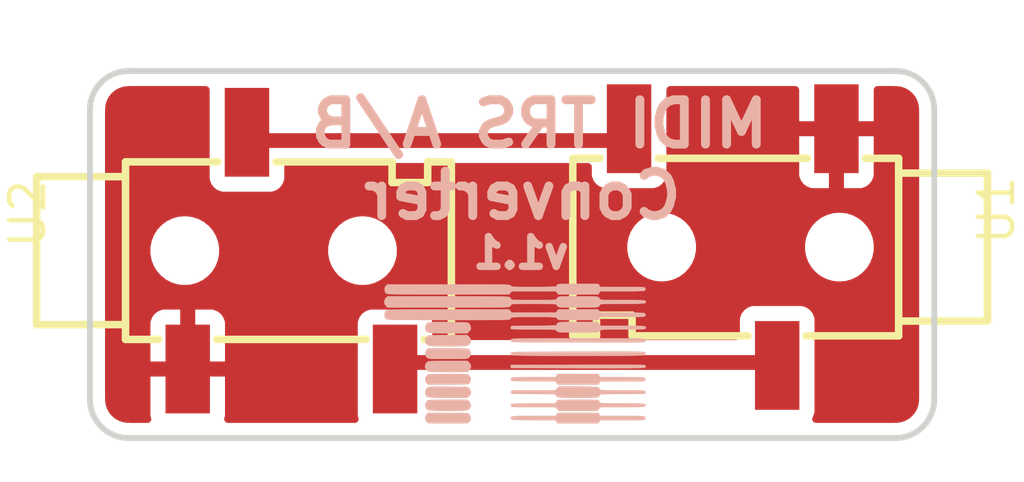
<source format=kicad_pcb>
(kicad_pcb (version 20211014) (generator pcbnew)
  (layers (0 "F.Cu" signal) (31 "B.Cu" signal) (34 "B.Paste" user) (35 "F.Paste" user) (36 "B.SilkS" user "B.Silkscreen") (37 "F.SilkS" user "F.Silkscreen") (38 "B.Mask" user) (39 "F.Mask" user) (44 "Edge.Cuts" user))
  (net 0 "")
  (net 1 "GND")
  (net 2 "Net-(U1-Pad3)")
  (net 3 "Net-(U1-Pad2)")
  (footprint "jacks:C18594" (layer "F.Cu") (at 137.45 93.92 90)
    (fp_text reference "U2" (at 0 -8.902 90) (layer "F.SilkS") (effects (font (size 1.143 1.143) (thickness 0.152)) (justify left)))
    (fp_text value "3.5mm_C18594" hide)
    (fp_line (start 2.301 3.399) (end 2.301 4.601) (layer "F.SilkS") (width 0.254))
    (fp_line (start -3 -5.6) (end 3 -5.6) (layer "F.SilkS") (width 0.254))
    (fp_line (start 3 -0.519) (end 3 3.399) (layer "F.SilkS") (width 0.254))
    (fp_line (start 3 3.399) (end 2.301 3.399) (layer "F.SilkS") (width 0.254))
    (fp_line (start -2.5 -5.6) (end -2.5 -8.6) (layer "F.SilkS") (width 0.254))
    (fp_line (start 2.5 -5.6) (end 2.5 -8.6) (layer "F.SilkS") (width 0.254))
    (fp_line (start 3 -5.6) (end 3 -2.481) (layer "F.SilkS") (width 0.254))
    (fp_line (start -3 -2.519) (end -3 2.519) (layer "F.SilkS") (width 0.254))
    (fp_line (start -2.5 -8.6) (end 2.5 -8.6) (layer "F.SilkS") (width 0.254))
    (fp_line (start -3 4.481) (end -3 5.4) (layer "F.SilkS") (width 0.254))
    (fp_line (start 2.301 4.601) (end 3 4.601) (layer "F.SilkS") (width 0.254))
    (fp_line (start 3 5.4) (end -3 5.4) (layer "F.SilkS") (width 0.254))
    (fp_line (start -3 -5.6) (end -3 -4.481) (layer "F.SilkS") (width 0.254))
    (fp_line (start 3 4.601) (end 3 5.401) (layer "F.SilkS") (width 0.254))
    (pad "" np_thru_hole circle (at 0 2.4 90) (size 1.3 1.3) (drill 1.3) (layers *.Cu *.Mask))
    (pad "" np_thru_hole circle (at 0 -3.6 90) (size 1.3 1.3) (drill 1.3) (layers *.Cu *.Mask))
    (pad "1" smd rect (at -4 -3.5 90) (size 3 1.5) (layers "F.Cu" "F.Paste" "F.Mask") (net 1 "GND"))
    (pad "2" smd rect (at -4 3.5 90) (size 3 1.5) (layers "F.Cu" "F.Paste" "F.Mask") (net 2 "Net-(U1-Pad3)"))
    (pad "3" smd rect (at 4 -1.5 90) (size 3 1.5) (layers "F.Cu" "F.Paste" "F.Mask") (net 3 "Net-(U1-Pad2)"))
  )
  (footprint "jacks:C18594" (layer "F.Cu") (at 152.35 93.8 -90)
    (fp_text reference "U1" (at 0 -8.902 -90) (layer "F.SilkS") (effects (font (size 1.143 1.143) (thickness 0.152)) (justify left)))
    (fp_text value "3.5mm_C18594" hide)
    (fp_line (start 2.301 3.399) (end 2.301 4.601) (layer "F.SilkS") (width 0.254))
    (fp_line (start -3 -5.6) (end 3 -5.6) (layer "F.SilkS") (width 0.254))
    (fp_line (start 2.5 -5.6) (end 2.5 -8.6) (layer "F.SilkS") (width 0.254))
    (fp_line (start 2.301 4.601) (end 3 4.601) (layer "F.SilkS") (width 0.254))
    (fp_line (start 3 -0.519) (end 3 3.399) (layer "F.SilkS") (width 0.254))
    (fp_line (start 3 4.601) (end 3 5.401) (layer "F.SilkS") (width 0.254))
    (fp_line (start 3 3.399) (end 2.301 3.399) (layer "F.SilkS") (width 0.254))
    (fp_line (start -3 4.481) (end -3 5.4) (layer "F.SilkS") (width 0.254))
    (fp_line (start -2.5 -5.6) (end -2.5 -8.6) (layer "F.SilkS") (width 0.254))
    (fp_line (start -3 -5.6) (end -3 -4.481) (layer "F.SilkS") (width 0.254))
    (fp_line (start 3 5.4) (end -3 5.4) (layer "F.SilkS") (width 0.254))
    (fp_line (start 3 -5.6) (end 3 -2.481) (layer "F.SilkS") (width 0.254))
    (fp_line (start -3 -2.519) (end -3 2.519) (layer "F.SilkS") (width 0.254))
    (fp_line (start -2.5 -8.6) (end 2.5 -8.6) (layer "F.SilkS") (width 0.254))
    (pad "" np_thru_hole circle (at 0 -3.6 270) (size 1.3 1.3) (drill 1.3) (layers *.Cu *.Mask))
    (pad "" np_thru_hole circle (at 0 2.4 270) (size 1.3 1.3) (drill 1.3) (layers *.Cu *.Mask))
    (pad "1" smd rect (at -4 -3.5 270) (size 3 1.5) (layers "F.Cu" "F.Paste" "F.Mask") (net 1 "GND"))
    (pad "2" smd rect (at -4 3.5 270) (size 3 1.5) (layers "F.Cu" "F.Paste" "F.Mask") (net 3 "Net-(U1-Pad2)"))
    (pad "3" smd rect (at 4 -1.5 270) (size 3 1.5) (layers "F.Cu" "F.Paste" "F.Mask") (net 2 "Net-(U1-Pad3)"))
  )
  (footprint "logo:B.SilkS_g842" (layer "B.Cu") (at 144.763535 96.267584 180)
    (fp_text reference "G***" hide)
    (fp_text value "LOGO" hide)
    (fp_poly (pts (xy -1.63847 -3.185583) (xy -1.603798 -3.2385) (xy -0.867991 -3.2385) (xy -0.669487 -3.238688) (xy -0.509129 -3.239376) (xy -0.382732 -3.240746) (xy -0.28611 -3.242984) (xy -0.215078 -3.246272) (xy -0.16545 -3.250794) (xy -0.13304 -3.256734) (xy -0.113662 -3.264276) (xy -0.104361 -3.272024) (xy -0.087973 -3.312723) (xy -0.098777 -3.340816) (xy -0.108152 -3.350272) (xy -0.125936 -3.357972) (xy -0.156306 -3.364138) (xy -0.203442 -3.368995) (xy -0.271522 -3.372765) (xy -0.364725 -3.375672) (xy -0.487228 -3.377939) (xy -0.643211 -3.37979) (xy -0.836852 -3.381448) (xy -0.862583 -3.381643) (xy -1.60415 -3.387203) (xy -1.638646 -3.439851) (xy -1.673143 -3.4925) (xy -3.047024 -3.4925) (xy -3.081697 -3.439583) (xy -3.116369 -3.386667) (xy -3.853256 -3.386667) (xy -4.052416 -3.386468) (xy -4.213442 -3.385751) (xy -4.340534 -3.384335) (xy -4.43789 -3.382038) (xy -4.509709 -3.37868) (xy -4.560191 -3.37408) (xy -4.593532 -3.368055) (xy -4.613933 -3.360426) (xy -4.623363 -3.353447) (xy -4.645006 -3.315099) (xy -4.634713 -3.279363) (xy -4.627273 -3.268522) (xy -4.614935 -3.259787) (xy -4.593454 -3.252931) (xy -4.558587 -3.247728) (xy -4.506088 -3.24395) (xy -4.431712 -3.241371) (xy -4.331215 -3.239764) (xy -4.200353 -3.238901) (xy -4.03488 -3.238556) (xy -3.87051 -3.2385) (xy -3.128176 -3.2385) (xy -3.086552 -3.185583) (xy -3.044928 -3.132667) (xy -1.673143 -3.132667) (xy -1.63847 -3.185583)) (layer "B.SilkS") (width 0.01) (fill solid))
    (fp_poly (pts (xy -2.178838 -0.063614) (xy -2.033581 -0.064151) (xy -1.921227 -0.0654) (xy -1.837059 -0.067649) (xy -1.776362 -0.07119) (xy -1.73442 -0.07631) (xy -1.706519 -0.083301) (xy -1.687941 -0.09245) (xy -1.673972 -0.104049) (xy -1.672167 -0.105833) (xy -1.64109 -0.143741) (xy -1.629833 -0.169333) (xy -1.608854 -0.175514) (xy -1.546639 -0.180672) (xy -1.444276 -0.184779) (xy -1.302852 -0.187804) (xy -1.123453 -0.189716) (xy -0.907166 -0.190485) (xy -0.86926 -0.1905) (xy -0.66984 -0.19057) (xy -0.508606 -0.190929) (xy -0.38141 -0.191805) (xy -0.284106 -0.193422) (xy -0.212544 -0.196007) (xy -0.162579 -0.199786) (xy -0.130062 -0.204984) (xy -0.110846 -0.211826) (xy -0.100784 -0.22054) (xy -0.095728 -0.231351) (xy -0.09531 -0.232644) (xy -0.090033 -0.276677) (xy -0.095133 -0.296144) (xy -0.120186 -0.302341) (xy -0.186122 -0.307536) (xy -0.2915 -0.311687) (xy -0.43488 -0.314756) (xy -0.614822 -0.316702) (xy -0.829886 -0.317485) (xy -0.866614 -0.3175) (xy -1.065969 -0.317597) (xy -1.227115 -0.318028) (xy -1.354176 -0.319002) (xy -1.451275 -0.320731) (xy -1.522537 -0.323422) (xy -1.572086 -0.327287) (xy -1.604046 -0.332536) (xy -1.622541 -0.339377) (xy -1.631694 -0.348021) (xy -1.635122 -0.356605) (xy -1.665687 -0.390646) (xy -1.727549 -0.409289) (xy -1.769461 -0.412628) (xy -1.846323 -0.415339) (xy -1.951229 -0.417424) (xy -2.077275 -0.418891) (xy -2.217553 -0.419744) (xy -2.365158 -0.419989) (xy -2.513184 -0.419631) (xy -2.654725 -0.418675) (xy -2.782876 -0.417127) (xy -2.890729 -0.414991) (xy -2.97138 -0.412275) (xy -3.017923 -0.408981) (xy -3.022348 -0.40829) (xy -3.072259 -0.38376) (xy -3.096231 -0.358255) (xy -3.104622 -0.34752) (xy -3.117819 -0.338853) (xy -3.140051 -0.332034) (xy -3.175545 -0.326843) (xy -3.228528 -0.323058) (xy -3.303229 -0.320459) (xy -3.403875 -0.318825) (xy -3.534694 -0.317934) (xy -3.699913 -0.317566) (xy -3.876327 -0.3175) (xy -4.076431 -0.317345) (xy -4.238286 -0.316757) (xy -4.365974 -0.315555) (xy -4.463578 -0.313554) (xy -4.535182 -0.310571) (xy -4.584868 -0.306424) (xy -4.616719 -0.300929) (xy -4.634819 -0.293903) (xy -4.64325 -0.285163) (xy -4.644184 -0.283067) (xy -4.651621 -0.259452) (xy -4.651499 -0.240231) (xy -4.640057 -0.224953) (xy -4.613535 -0.213167) (xy -4.568173 -0.204421) (xy -4.500209 -0.198264) (xy -4.405883 -0.194245) (xy -4.281434 -0.191914) (xy -4.123102 -0.190818) (xy -3.927126 -0.190508) (xy -3.872537 -0.1905) (xy -3.135923 -0.1905) (xy -3.008923 -0.0635) (xy -2.361712 -0.0635) (xy -2.178838 -0.063614)) (layer "B.SilkS") (width 0.01) (fill solid))
    (fp_poly (pts (xy 2.750094 -1.003742) (xy 2.791263 -1.074435) (xy 2.798824 -1.153655) (xy 2.773202 -1.227695) (xy 2.74202 -1.26398) (xy 2.72551 -1.277469) (xy 2.707654 -1.288183) (xy 2.683708 -1.29644) (xy 2.648924 -1.302562) (xy 2.598558 -1.306867) (xy 2.527862 -1.309675) (xy 2.432092 -1.311306) (xy 2.306501 -1.31208) (xy 2.146343 -1.312316) (xy 2.024227 -1.312333) (xy 1.839166 -1.312226) (xy 1.691753 -1.311717) (xy 1.577305 -1.31052) (xy 1.491135 -1.308353) (xy 1.428561 -1.30493) (xy 1.384897 -1.299968) (xy 1.355458 -1.293183) (xy 1.335561 -1.28429) (xy 1.320521 -1.273005) (xy 1.316581 -1.269414) (xy 1.277451 -1.219152) (xy 1.257275 -1.173753) (xy 1.256898 -1.108688) (xy 1.279308 -1.039697) (xy 1.317105 -0.985907) (xy 1.335011 -0.972858) (xy 1.36603 -0.967448) (xy 1.4348 -0.96267) (xy 1.536744 -0.958657) (xy 1.667283 -0.955542) (xy 1.82184 -0.953456) (xy 1.995835 -0.952534) (xy 2.037502 -0.9525) (xy 2.701954 -0.9525) (xy 2.750094 -1.003742)) (layer "B.SilkS") (width 0.01) (fill solid))
    (fp_poly (pts (xy 2.213104 -0.508068) (xy 2.359447 -0.508484) (xy 2.472984 -0.509567) (xy 2.558477 -0.511635) (xy 2.620691 -0.515007) (xy 2.664388 -0.520002) (xy 2.694333 -0.526939) (xy 2.715288 -0.536135) (xy 2.732017 -0.54791) (xy 2.74117 -0.555625) (xy 2.787439 -0.619681) (xy 2.80166 -0.695366) (xy 2.785625 -0.770252) (xy 2.741126 -0.831914) (xy 2.69739 -0.859182) (xy 2.651586 -0.869198) (xy 2.5712 -0.877321) (xy 2.463015 -0.883571) (xy 2.333814 -0.887968) (xy 2.190379 -0.890533) (xy 2.039494 -0.891284) (xy 1.887942 -0.890243) (xy 1.742506 -0.887428) (xy 1.609969 -0.88286) (xy 1.497113 -0.87656) (xy 1.410723 -0.868546) (xy 1.35758 -0.858838) (xy 1.3484 -0.855215) (xy 1.283481 -0.799592) (xy 1.253581 -0.728149) (xy 1.259989 -0.650651) (xy 1.303995 -0.576863) (xy 1.310705 -0.569872) (xy 1.372577 -0.508) (xy 2.029191 -0.508) (xy 2.213104 -0.508068)) (layer "B.SilkS") (width 0.01) (fill solid))
    (fp_poly (pts (xy -2.208778 -2.68859) (xy -2.057847 -2.689788) (xy -1.925074 -2.691654) (xy -1.815925 -2.694082) (xy -1.735867 -2.696965) (xy -1.690368 -2.700195) (xy -1.68286 -2.701637) (xy -1.648465 -2.730778) (xy -1.628736 -2.765137) (xy -1.609715 -2.815167) (xy -0.859023 -2.815167) (xy -0.639938 -2.81577) (xy -0.455667 -2.817554) (xy -0.307674 -2.820477) (xy -0.197425 -2.824498) (xy -0.126381 -2.829577) (xy -0.096009 -2.835672) (xy -0.095133 -2.836523) (xy -0.090079 -2.872474) (xy -0.09531 -2.900023) (xy -0.10014 -2.911199) (xy -0.109596 -2.920202) (xy -0.127881 -2.927268) (xy -0.159197 -2.932629) (xy -0.207746 -2.936523) (xy -0.277732 -2.939181) (xy -0.373355 -2.940841) (xy -0.498819 -2.941735) (xy -0.658325 -2.942099) (xy -0.850184 -2.942167) (xy -1.591682 -2.942167) (xy -1.710318 -3.069167) (xy -3.009849 -3.069167) (xy -3.128485 -2.942167) (xy -3.870664 -2.942167) (xy -4.068287 -2.942037) (xy -4.227776 -2.941512) (xy -4.35333 -2.940387) (xy -4.449149 -2.938459) (xy -4.519432 -2.935522) (xy -4.568377 -2.931372) (xy -4.600185 -2.925806) (xy -4.619055 -2.918618) (xy -4.629185 -2.909604) (xy -4.631895 -2.905125) (xy -4.642745 -2.882175) (xy -4.646852 -2.863503) (xy -4.640489 -2.848667) (xy -4.619929 -2.837227) (xy -4.581444 -2.828741) (xy -4.521309 -2.822768) (xy -4.435795 -2.818867) (xy -4.321177 -2.816598) (xy -4.173726 -2.815519) (xy -3.989717 -2.815189) (xy -3.871736 -2.815167) (xy -3.649714 -2.814582) (xy -3.464403 -2.81285) (xy -3.316892 -2.81) (xy -3.208268 -2.806063) (xy -3.139619 -2.801068) (xy -3.112031 -2.795047) (xy -3.1115 -2.794) (xy -3.097838 -2.764799) (xy -3.069167 -2.7305) (xy -3.055537 -2.718606) (xy -3.037964 -2.709173) (xy -3.011761 -2.701918) (xy -2.972242 -2.696556) (xy -2.914722 -2.692802) (xy -2.834514 -2.690371) (xy -2.726931 -2.688978) (xy -2.587289 -2.688339) (xy -2.4109 -2.688169) (xy -2.372398 -2.688167) (xy -2.208778 -2.68859)) (layer "B.SilkS") (width 0.01) (fill solid))
    (fp_poly (pts (xy -1.654782 0.306917) (xy -1.613158 0.254) (xy -0.122509 0.254) (xy -0.080885 0.306917) (xy -0.039261 0.359833) (xy 2.018907 0.359833) (xy 2.37544 0.359725) (xy 2.691733 0.359381) (xy 2.96988 0.358776) (xy 3.211974 0.357883) (xy 3.420109 0.356675) (xy 3.596378 0.355127) (xy 3.742875 0.353211) (xy 3.861692 0.350902) (xy 3.954924 0.348172) (xy 4.024663 0.344996) (xy 4.073003 0.341346) (xy 4.102038 0.337197) (xy 4.112948 0.333375) (xy 4.153319 0.280087) (xy 4.171735 0.206264) (xy 4.168177 0.12736) (xy 4.142629 0.058831) (xy 4.113293 0.026483) (xy 4.098593 0.021898) (xy 4.066375 0.017835) (xy 4.014542 0.014268) (xy 3.940996 0.011169) (xy 3.843641 0.008513) (xy 3.720382 0.006272) (xy 3.56912 0.004421) (xy 3.38776 0.002932) (xy 3.174204 0.00178) (xy 2.926356 0.000937) (xy 2.64212 0.000378) (xy 2.319399 0.000075) (xy 2.018883 0) (xy 1.675238 0.000052) (xy 1.37146 0.000234) (xy 1.105085 0.000585) (xy 0.873647 0.001144) (xy 0.67468 0.001951) (xy 0.505718 0.003045) (xy 0.364297 0.004464) (xy 0.247951 0.006249) (xy 0.154213 0.008438) (xy 0.08062 0.011071) (xy 0.024704 0.014186) (xy -0.015998 0.017824) (xy -0.043954 0.022023) (xy -0.061628 0.026822) (xy -0.071486 0.032261) (xy -0.072572 0.033262) (xy -0.099289 0.067961) (xy -0.105833 0.086179) (xy -0.126443 0.091236) (xy -0.186051 0.095682) (xy -0.281324 0.099431) (xy -0.408931 0.102398) (xy -0.565539 0.104497) (xy -0.747817 0.105641) (xy -0.867833 0.105833) (xy -1.063883 0.105302) (xy -1.236258 0.103764) (xy -1.381626 0.101307) (xy -1.496655 0.098016) (xy -1.578013 0.093976) (xy -1.622368 0.089274) (xy -1.629833 0.086179) (xy -1.643342 0.056883) (xy -1.663095 0.033262) (xy -1.677001 0.023913) (xy -1.700918 0.01646) (xy -1.739243 0.010699) (xy -1.796376 0.006421) (xy -1.876715 0.003422) (xy -1.984659 0.001493) (xy -2.124606 0.00043) (xy -2.300955 0.000025) (xy -2.371691 0) (xy -3.047024 0) (xy -3.081697 0.052917) (xy -3.116369 0.105833) (xy -3.864606 0.105833) (xy -4.06246 0.105922) (xy -4.222208 0.106339) (xy -4.348076 0.107307) (xy -4.444292 0.109052) (xy -4.515082 0.111797) (xy -4.564674 0.115766) (xy -4.597295 0.121185) (xy -4.61717 0.128276) (xy -4.628529 0.137266) (xy -4.634713 0.146697) (xy -4.643949 0.189329) (xy -4.623363 0.22078) (xy -4.609986 0.22975) (xy -4.586858 0.236977) (xy -4.54978 0.242642) (xy -4.494553 0.246928) (xy -4.416978 0.250014) (xy -4.312858 0.252082) (xy -4.177992 0.253314) (xy -4.008183 0.25389) (xy -3.853256 0.254) (xy -3.116369 0.254) (xy -3.081697 0.306917) (xy -3.047024 0.359833) (xy -1.696406 0.359833) (xy -1.654782 0.306917)) (layer "B.SilkS") (width 0.01) (fill solid))
    (fp_poly (pts (xy 2.453408 -0.066689) (xy 2.541914 -0.068858) (xy 2.607016 -0.072614) (xy 2.653445 -0.078136) (xy 2.68593 -0.085601) (xy 2.708155 -0.094641) (xy 2.765591 -0.146274) (xy 2.795702 -0.220423) (xy 2.793844 -0.303858) (xy 2.788355 -0.323122) (xy 2.776297 -0.355703) (xy 2.761657 -0.381861) (xy 2.740006 -0.402301) (xy 2.706913 -0.417729) (xy 2.657948 -0.428848) (xy 2.588683 -0.436364) (xy 2.494687 -0.440983) (xy 2.37153 -0.443408) (xy 2.214784 -0.444346) (xy 2.025662 -0.4445) (xy 1.372577 -0.4445) (xy 1.308095 -0.380018) (xy 1.266823 -0.332249) (xy 1.252251 -0.289787) (xy 1.256129 -0.238408) (xy 1.276675 -0.173507) (xy 1.309617 -0.120394) (xy 1.312215 -0.117682) (xy 1.326221 -0.105333) (xy 1.34398 -0.095496) (xy 1.370226 -0.087829) (xy 1.409698 -0.081988) (xy 1.467131 -0.077632) (xy 1.547263 -0.074417) (xy 1.65483 -0.072001) (xy 1.794569 -0.070041) (xy 1.971218 -0.068194) (xy 2.000167 -0.067916) (xy 2.187265 -0.066396) (xy 2.336768 -0.065928) (xy 2.453408 -0.066689)) (layer "B.SilkS") (width 0.01) (fill solid))
    (fp_poly (pts (xy -2.012631 -0.613898) (xy -1.692083 -0.614112) (xy -1.409242 -0.614507) (xy -1.161798 -0.615114) (xy -0.947437 -0.615964) (xy -0.763847 -0.617089) (xy -0.608715 -0.61852) (xy -0.47973 -0.620288) (xy -0.374578 -0.622425) (xy -0.290947 -0.624961) (xy -0.226525 -0.627927) (xy -0.178999 -0.631356) (xy -0.146057 -0.635279) (xy -0.125387 -0.639726) (xy -0.115171 -0.644343) (xy -0.087425 -0.674861) (xy -0.094899 -0.708651) (xy -0.097556 -0.713135) (xy -0.102781 -0.719231) (xy -0.112143 -0.724656) (xy -0.128034 -0.729456) (xy -0.152842 -0.733678) (xy -0.188959 -0.737367) (xy -0.238774 -0.740569) (xy -0.304678 -0.743331) (xy -0.389061 -0.745697) (xy -0.494313 -0.747715) (xy -0.622824 -0.74943) (xy -0.776985 -0.750889) (xy -0.959186 -0.752136) (xy -1.171816 -0.753219) (xy -1.417267 -0.754183) (xy -1.697928 -0.755074) (xy -2.01619 -0.755939) (xy -2.366885 -0.756804) (xy -2.723869 -0.757646) (xy -3.040916 -0.758332) (xy -3.320419 -0.758826) (xy -3.564775 -0.75909) (xy -3.776378 -0.759087) (xy -3.957624 -0.758778) (xy -4.110908 -0.758127) (xy -4.238625 -0.757095) (xy -4.34317 -0.755645) (xy -4.426939 -0.753741) (xy -4.492326 -0.751343) (xy -4.541726 -0.748414) (xy -4.577536 -0.744918) (xy -4.602149 -0.740815) (xy -4.617962 -0.73607) (xy -4.627369 -0.730643) (xy -4.632766 -0.724499) (xy -4.634662 -0.721233) (xy -4.643979 -0.678588) (xy -4.623363 -0.647053) (xy -4.614828 -0.641699) (xy -4.598974 -0.636945) (xy -4.573429 -0.632757) (xy -4.535818 -0.629099) (xy -4.48377 -0.625937) (xy -4.414912 -0.623235) (xy -4.32687 -0.620959) (xy -4.217272 -0.619073) (xy -4.083746 -0.617543) (xy -3.923917 -0.616332) (xy -3.735413 -0.615407) (xy -3.515862 -0.614733) (xy -3.262891 -0.614273) (xy -2.974126 -0.613994) (xy -2.647195 -0.61386) (xy -2.373201 -0.613833) (xy -2.012631 -0.613898)) (layer "B.SilkS") (width 0.01) (fill solid))
    (fp_poly (pts (xy 2.208859 -1.820394) (xy 2.355902 -1.820788) (xy 2.470105 -1.821837) (xy 2.556211 -1.823859) (xy 2.618968 -1.827174) (xy 2.663121 -1.832103) (xy 2.693417 -1.838964) (xy 2.7146 -1.848077) (xy 2.731417 -1.859762) (xy 2.74202 -1.868686) (xy 2.787378 -1.933019) (xy 2.799809 -2.010769) (xy 2.778888 -2.08823) (xy 2.750094 -2.128924) (xy 2.701954 -2.180167) (xy 2.033602 -2.179523) (xy 1.860014 -2.178735) (xy 1.702924 -2.176814) (xy 1.567176 -2.173901) (xy 1.457611 -2.17014) (xy 1.379074 -2.165672) (xy 1.336406 -2.16064) (xy 1.330984 -2.158858) (xy 1.291203 -2.115837) (xy 1.263138 -2.050405) (xy 1.254045 -1.982247) (xy 1.257275 -1.958913) (xy 1.28296 -1.904629) (xy 1.316581 -1.863252) (xy 1.331104 -1.851254) (xy 1.349185 -1.841726) (xy 1.375508 -1.834385) (xy 1.414758 -1.828946) (xy 1.47162 -1.825125) (xy 1.550777 -1.822637) (xy 1.656915 -1.8212) (xy 1.794718 -1.820529) (xy 1.96887 -1.820339) (xy 2.024227 -1.820333) (xy 2.208859 -1.820394)) (layer "B.SilkS") (width 0.01) (fill solid))
    (fp_poly (pts (xy -1.591682 -2.370667) (xy -0.850184 -2.370667) (xy -0.653524 -2.370739) (xy -0.494994 -2.371114) (xy -0.370394 -2.372026) (xy -0.275519 -2.373709) (xy -0.206169 -2.376399) (xy -0.158141 -2.380328) (xy -0.127233 -2.385733) (xy -0.109243 -2.392848) (xy -0.099967 -2.401907) (xy -0.09531 -2.41281) (xy -0.090033 -2.456844) (xy -0.095133 -2.47631) (xy -0.120201 -2.482534) (xy -0.186124 -2.487746) (xy -0.291439 -2.491905) (xy -0.434678 -2.494971) (xy -0.614376 -2.496902) (xy -0.829067 -2.497657) (xy -0.858499 -2.497667) (xy -1.07879 -2.498258) (xy -1.262433 -2.500013) (xy -1.40832 -2.502899) (xy -1.515343 -2.506886) (xy -1.582393 -2.511942) (xy -1.608364 -2.518035) (xy -1.608667 -2.518833) (xy -1.622329 -2.548034) (xy -1.651 -2.582333) (xy -1.664503 -2.594128) (xy -1.681911 -2.603504) (xy -1.707861 -2.610737) (xy -1.74699 -2.616106) (xy -1.803936 -2.619886) (xy -1.883336 -2.622355) (xy -1.989827 -2.623789) (xy -2.128046 -2.624465) (xy -2.302631 -2.62466) (xy -2.360083 -2.624667) (xy -2.545957 -2.624558) (xy -2.694135 -2.624048) (xy -2.809254 -2.62286) (xy -2.895952 -2.620716) (xy -2.958865 -2.617341) (xy -3.002632 -2.612456) (xy -3.031888 -2.605786) (xy -3.051272 -2.597053) (xy -3.065421 -2.585981) (xy -3.069167 -2.582333) (xy -3.100244 -2.544425) (xy -3.1115 -2.518833) (xy -3.13248 -2.51265) (xy -3.194692 -2.507489) (xy -3.29705 -2.503382) (xy -3.438463 -2.500358) (xy -3.617845 -2.498447) (xy -3.834106 -2.497681) (xy -3.871236 -2.497667) (xy -4.072073 -2.497513) (xy -4.234646 -2.496931) (xy -4.363026 -2.495739) (xy -4.461279 -2.493757) (xy -4.533477 -2.490803) (xy -4.583687 -2.486696) (xy -4.61598 -2.481254) (xy -4.634423 -2.474296) (xy -4.643086 -2.465641) (xy -4.644184 -2.463234) (xy -4.651604 -2.439761) (xy -4.651578 -2.420627) (xy -4.640367 -2.40539) (xy -4.614231 -2.393608) (xy -4.569431 -2.384837) (xy -4.502227 -2.378636) (xy -4.408881 -2.374562) (xy -4.285653 -2.372174) (xy -4.128803 -2.371027) (xy -3.934593 -2.370681) (xy -3.861751 -2.370667) (xy -3.664307 -2.370607) (xy -3.505007 -2.370268) (xy -3.379662 -2.369409) (xy -3.284081 -2.367793) (xy -3.214076 -2.365177) (xy -3.165457 -2.361324) (xy -3.134034 -2.355993) (xy -3.115619 -2.348945) (xy -3.106022 -2.33994) (xy -3.101053 -2.328738) (xy -3.100532 -2.327121) (xy -3.071117 -2.286611) (xy -3.034228 -2.263621) (xy -3.000295 -2.25858) (xy -2.929784 -2.254007) (xy -2.828453 -2.250069) (xy -2.702054 -2.246932) (xy -2.556344 -2.244764) (xy -2.397079 -2.24373) (xy -2.346031 -2.243667) (xy -1.710318 -2.243667) (xy -1.591682 -2.370667)) (layer "B.SilkS") (width 0.01) (fill solid))
    (fp_poly (pts (xy 4.118623 0.755318) (xy 4.164936 0.690191) (xy 4.179689 0.611189) (xy 4.16288 0.532656) (xy 4.118623 0.472349) (xy 4.061639 0.423333) (xy 2.024946 0.423333) (xy 1.68259 0.42339) (xy 1.380077 0.423584) (xy 1.114921 0.423956) (xy 0.88463 0.424544) (xy 0.686717 0.42539) (xy 0.518692 0.42653) (xy 0.378067 0.428006) (xy 0.262353 0.429856) (xy 0.169059 0.43212) (xy 0.095699 0.434837) (xy 0.039782 0.438047) (xy -0.00118 0.441788) (xy -0.029677 0.446101) (xy -0.048197 0.451024) (xy -0.05879 0.456284) (xy -0.093984 0.491266) (xy -0.105833 0.519784) (xy -0.110884 0.527914) (xy -0.128595 0.5345) (xy -0.162803 0.539698) (xy -0.217347 0.54366) (xy -0.296066 0.54654) (xy -0.402796 0.548492) (xy -0.541377 0.549671) (xy -0.715645 0.550229) (xy -0.867833 0.550333) (xy -1.090158 0.549751) (xy -1.27576 0.548022) (xy -1.423554 0.545179) (xy -1.532458 0.54125) (xy -1.601387 0.536266) (xy -1.629256 0.530256) (xy -1.629833 0.529167) (xy -1.643496 0.499966) (xy -1.672167 0.465667) (xy -1.685779 0.453787) (xy -1.703328 0.444362) (xy -1.729495 0.43711) (xy -1.768958 0.431747) (xy -1.826397 0.427989) (xy -1.90649 0.425553) (xy -2.013917 0.424154) (xy -2.153357 0.42351) (xy -2.329489 0.423337) (xy -2.370667 0.423333) (xy -2.554921 0.423445) (xy -2.701521 0.423969) (xy -2.815146 0.42519) (xy -2.900476 0.42739) (xy -2.96219 0.430853) (xy -3.004966 0.435863) (xy -3.033484 0.442704) (xy -3.052423 0.451658) (xy -3.066462 0.46301) (xy -3.069167 0.465667) (xy -3.100244 0.503575) (xy -3.1115 0.529167) (xy -3.132476 0.535387) (xy -3.194662 0.540572) (xy -3.296947 0.544689) (xy -3.43822 0.547708) (xy -3.617371 0.549598) (xy -3.833288 0.550326) (xy -3.860325 0.550333) (xy -4.067868 0.550512) (xy -4.236815 0.551343) (xy -4.370902 0.553266) (xy -4.473866 0.556724) (xy -4.549443 0.562157) (xy -4.601371 0.570007) (xy -4.633385 0.580715) (xy -4.649222 0.594722) (xy -4.652619 0.61247) (xy -4.647312 0.6344) (xy -4.644184 0.642901) (xy -4.637301 0.652) (xy -4.621638 0.659358) (xy -4.593126 0.665156) (xy -4.547695 0.669575) (xy -4.481277 0.672795) (xy -4.389803 0.675) (xy -4.269202 0.676369) (xy -4.115408 0.677083) (xy -3.924349 0.677326) (xy -3.871236 0.677333) (xy -3.649299 0.677918) (xy -3.464071 0.679651) (xy -3.316641 0.682503) (xy -3.208096 0.686443) (xy -3.139526 0.691441) (xy -3.112018 0.697466) (xy -3.1115 0.6985) (xy -3.097838 0.727701) (xy -3.069167 0.762) (xy -3.055555 0.77388) (xy -3.038005 0.783305) (xy -3.011838 0.790557) (xy -2.972375 0.79592) (xy -2.914937 0.799678) (xy -2.834844 0.802114) (xy -2.727417 0.803513) (xy -2.587977 0.804157) (xy -2.411845 0.80433) (xy -2.370667 0.804333) (xy -2.186413 0.804222) (xy -2.039813 0.803698) (xy -1.926187 0.802477) (xy -1.840857 0.800277) (xy -1.779144 0.796814) (xy -1.736368 0.791804) (xy -1.70785 0.784963) (xy -1.688911 0.776009) (xy -1.674872 0.764657) (xy -1.672167 0.762) (xy -1.64109 0.724092) (xy -1.629833 0.6985) (xy -1.608853 0.692324) (xy -1.546635 0.687169) (xy -1.444263 0.683063) (xy -1.302821 0.680038) (xy -1.123392 0.678124) (xy -0.907061 0.67735) (xy -0.867833 0.677333) (xy -0.665047 0.677536) (xy -0.500755 0.678246) (xy -0.371118 0.679617) (xy -0.272299 0.681804) (xy -0.20046 0.68496) (xy -0.151763 0.689239) (xy -0.122369 0.694795) (xy -0.108441 0.701782) (xy -0.105833 0.707883) (xy -0.089923 0.741882) (xy -0.05879 0.771383) (xy -0.047423 0.776921) (xy -0.028436 0.78181) (xy 0.000661 0.786092) (xy 0.042355 0.789804) (xy 0.099136 0.792986) (xy 0.173494 0.795678) (xy 0.267916 0.797919) (xy 0.384891 0.799748) (xy 0.52691 0.801205) (xy 0.69646 0.802329) (xy 0.896031 0.80316) (xy 1.128112 0.803736) (xy 1.395191 0.804098) (xy 1.699758 0.804284) (xy 2.024946 0.804333) (xy 4.061639 0.804333) (xy 4.118623 0.755318)) (layer "B.SilkS") (width 0.01) (fill solid))
    (fp_poly (pts (xy 2.184187 -1.376534) (xy 2.342419 -1.37854) (xy 2.477714 -1.381703) (xy 2.585262 -1.385877) (xy 2.660251 -1.390917) (xy 2.697872 -1.396674) (xy 2.698396 -1.396865) (xy 2.74831 -1.434211) (xy 2.784724 -1.492115) (xy 2.803551 -1.548599) (xy 2.801192 -1.594826) (xy 2.784724 -1.640551) (xy 2.745582 -1.701465) (xy 2.698396 -1.735801) (xy 2.662025 -1.741579) (xy 2.588136 -1.746643) (xy 2.481537 -1.750847) (xy 2.34704 -1.754044) (xy 2.189455 -1.756088) (xy 2.013591 -1.756832) (xy 2.007827 -1.756833) (xy 1.372577 -1.756833) (xy 1.310705 -1.694961) (xy 1.260577 -1.624453) (xy 1.248833 -1.566333) (xy 1.267723 -1.493359) (xy 1.310705 -1.437705) (xy 1.372577 -1.375833) (xy 2.007827 -1.375833) (xy 2.184187 -1.376534)) (layer "B.SilkS") (width 0.01) (fill solid))
    (fp_poly (pts (xy -1.63847 -1.87325) (xy -1.603798 -1.926167) (xy -0.867991 -1.926167) (xy -0.669487 -1.926355) (xy -0.509129 -1.927042) (xy -0.382732 -1.928413) (xy -0.28611 -1.930651) (xy -0.215078 -1.933938) (xy -0.16545 -1.938461) (xy -0.13304 -1.944401) (xy -0.113662 -1.951943) (xy -0.104361 -1.959691) (xy -0.087973 -2.00039) (xy -0.098777 -2.028482) (xy -0.108152 -2.037939) (xy -0.125936 -2.045638) (xy -0.156306 -2.051805) (xy -0.203442 -2.056661) (xy -0.271522 -2.060432) (xy -0.364725 -2.063339) (xy -0.487228 -2.065606) (xy -0.643211 -2.067457) (xy -0.836852 -2.069115) (xy -0.862583 -2.06931) (xy -1.60415 -2.07487) (xy -1.638646 -2.127518) (xy -1.673143 -2.180167) (xy -3.047024 -2.180167) (xy -3.081697 -2.12725) (xy -3.116369 -2.074333) (xy -3.864606 -2.074333) (xy -4.06246 -2.074244) (xy -4.222208 -2.073828) (xy -4.348076 -2.072859) (xy -4.444292 -2.071115) (xy -4.515082 -2.06837) (xy -4.564674 -2.0644) (xy -4.597295 -2.058982) (xy -4.61717 -2.05189) (xy -4.628529 -2.042901) (xy -4.634713 -2.03347) (xy -4.643949 -1.990838) (xy -4.623363 -1.959386) (xy -4.609986 -1.950417) (xy -4.586858 -1.94319) (xy -4.54978 -1.937524) (xy -4.494553 -1.933239) (xy -4.416978 -1.930153) (xy -4.312858 -1.928084) (xy -4.177992 -1.926853) (xy -4.008183 -1.926277) (xy -3.853256 -1.926167) (xy -3.116369 -1.926167) (xy -3.081697 -1.87325) (xy -3.047024 -1.820333) (xy -1.673143 -1.820333) (xy -1.63847 -1.87325)) (layer "B.SilkS") (width 0.01) (fill solid))
    (fp_poly (pts (xy 2.750094 -3.183909) (xy 2.791263 -3.254602) (xy 2.798824 -3.333822) (xy 2.773202 -3.407861) (xy 2.74202 -3.444147) (xy 2.72551 -3.457636) (xy 2.707654 -3.468349) (xy 2.683708 -3.476607) (xy 2.648924 -3.482729) (xy 2.598558 -3.487034) (xy 2.527862 -3.489842) (xy 2.432092 -3.491473) (xy 2.306501 -3.492247) (xy 2.146343 -3.492483) (xy 2.024227 -3.4925) (xy 1.839166 -3.492393) (xy 1.691753 -3.491884) (xy 1.577305 -3.490687) (xy 1.491135 -3.48852) (xy 1.428561 -3.485097) (xy 1.384897 -3.480135) (xy 1.355458 -3.473349) (xy 1.335561 -3.464456) (xy 1.320521 -3.453172) (xy 1.316581 -3.449581) (xy 1.277451 -3.399318) (xy 1.257275 -3.35392) (xy 1.256898 -3.288855) (xy 1.279308 -3.219864) (xy 1.317105 -3.166074) (xy 1.335011 -3.153024) (xy 1.36603 -3.147614) (xy 1.4348 -3.142837) (xy 1.536744 -3.138824) (xy 1.667283 -3.135708) (xy 1.82184 -3.133623) (xy 1.995835 -3.1327) (xy 2.037502 -3.132667) (xy 2.701954 -3.132667) (xy 2.750094 -3.183909)) (layer "B.SilkS") (width 0.01) (fill solid))
    (fp_poly (pts (xy 2.215004 -2.688462) (xy 2.366439 -2.689483) (xy 2.484391 -2.691428) (xy 2.573284 -2.694495) (xy 2.637541 -2.698884) (xy 2.681586 -2.704795) (xy 2.709843 -2.712426) (xy 2.723604 -2.719586) (xy 2.774515 -2.777675) (xy 2.796872 -2.851825) (xy 2.79123 -2.929228) (xy 2.758146 -2.997072) (xy 2.709848 -3.03715) (xy 2.669943 -3.046685) (xy 2.594488 -3.054716) (xy 2.490238 -3.061219) (xy 2.36395 -3.066169) (xy 2.22238 -3.069544) (xy 2.072285 -3.071318) (xy 1.920422 -3.071468) (xy 1.773546 -3.069969) (xy 1.638415 -3.066798) (xy 1.521785 -3.06193) (xy 1.430411 -3.055341) (xy 1.371052 -3.047008) (xy 1.355084 -3.041979) (xy 1.289104 -2.988182) (xy 1.256459 -2.916931) (xy 1.258754 -2.838801) (xy 1.297598 -2.764366) (xy 1.310705 -2.750038) (xy 1.372577 -2.688167) (xy 2.025662 -2.688167) (xy 2.215004 -2.688462)) (layer "B.SilkS") (width 0.01) (fill solid))
    (fp_poly (pts (xy -3.423505 -1.506103) (xy -3.154311 -1.50641) (xy -2.848353 -1.506953) (xy -2.503287 -1.507702) (xy -2.363074 -1.50803) (xy -0.09525 -1.513417) (xy -0.09525 -1.61925) (xy -2.352121 -1.624637) (xy -2.717419 -1.62544) (xy -3.042611 -1.625989) (xy -3.329926 -1.626261) (xy -3.58159 -1.626234) (xy -3.79983 -1.625884) (xy -3.986875 -1.625188) (xy -4.14495 -1.624122) (xy -4.276285 -1.622663) (xy -4.383106 -1.620789) (xy -4.46764 -1.618475) (xy -4.532114 -1.6157) (xy -4.578757 -1.612438) (xy -4.609796 -1.608668) (xy -4.627457 -1.604366) (xy -4.633194 -1.600861) (xy -4.647512 -1.558127) (xy -4.644148 -1.537171) (xy -4.639558 -1.531691) (xy -4.628679 -1.526835) (xy -4.609168 -1.522574) (xy -4.578679 -1.518879) (xy -4.534869 -1.515718) (xy -4.475393 -1.513063) (xy -4.397907 -1.510883) (xy -4.300067 -1.509148) (xy -4.179529 -1.507828) (xy -4.033948 -1.506893) (xy -3.860979 -1.506314) (xy -3.65828 -1.506061) (xy -3.423505 -1.506103)) (layer "B.SilkS") (width 0.01) (fill solid))
    (fp_poly (pts (xy 2.453408 -2.246856) (xy 2.541914 -2.249025) (xy 2.607016 -2.252781) (xy 2.653445 -2.258302) (xy 2.68593 -2.265767) (xy 2.708155 -2.274807) (xy 2.765591 -2.326441) (xy 2.795702 -2.40059) (xy 2.793844 -2.484025) (xy 2.788355 -2.503289) (xy 2.776297 -2.53587) (xy 2.761657 -2.562028) (xy 2.740006 -2.582468) (xy 2.706913 -2.597895) (xy 2.657948 -2.609015) (xy 2.588683 -2.616531) (xy 2.494687 -2.621149) (xy 2.37153 -2.623575) (xy 2.214784 -2.624512) (xy 2.025662 -2.624667) (xy 1.372577 -2.624667) (xy 1.308095 -2.560185) (xy 1.266823 -2.512416) (xy 1.252251 -2.469954) (xy 1.256129 -2.418575) (xy 1.276675 -2.353673) (xy 1.309617 -2.30056) (xy 1.312215 -2.297849) (xy 1.326221 -2.2855) (xy 1.34398 -2.275663) (xy 1.370226 -2.267995) (xy 1.409698 -2.262155) (xy 1.467131 -2.257798) (xy 1.547263 -2.254584) (xy 1.65483 -2.252167) (xy 1.794569 -2.250208) (xy 1.971218 -2.248361) (xy 2.000167 -2.248083) (xy 2.187265 -2.246563) (xy 2.336768 -2.246094) (xy 2.453408 -2.246856)) (layer "B.SilkS") (width 0.01) (fill solid))
    (fp_poly (pts (xy -3.443744 -1.061347) (xy -3.181668 -1.061734) (xy -2.883217 -1.062331) (xy -2.545995 -1.063102) (xy -2.366885 -1.063529) (xy -2.009454 -1.064412) (xy -1.691966 -1.065276) (xy -1.412031 -1.066168) (xy -1.167259 -1.067134) (xy -0.955259 -1.06822) (xy -0.773642 -1.069471) (xy -0.620016 -1.070934) (xy -0.491993 -1.072655) (xy -0.387181 -1.074679) (xy -0.30319 -1.077054) (xy -0.237631 -1.079823) (xy -0.188112 -1.083035) (xy -0.152245 -1.086734) (xy -0.127637 -1.090967) (xy -0.111901 -1.095779) (xy -0.102644 -1.101217) (xy -0.097556 -1.107198) (xy -0.086631 -1.14237) (xy -0.110445 -1.172394) (xy -0.115171 -1.17599) (xy -0.126532 -1.180951) (xy -0.14802 -1.185358) (xy -0.181949 -1.189243) (xy -0.230631 -1.192638) (xy -0.296378 -1.195572) (xy -0.381503 -1.198078) (xy -0.488318 -1.200186) (xy -0.619135 -1.201928) (xy -0.776267 -1.203336) (xy -0.962027 -1.20444) (xy -1.178727 -1.205272) (xy -1.428679 -1.205862) (xy -1.714195 -1.206243) (xy -2.037589 -1.206445) (xy -2.373201 -1.2065) (xy -2.730566 -1.206452) (xy -3.047971 -1.206286) (xy -3.327789 -1.205966) (xy -3.572392 -1.205457) (xy -3.784153 -1.204725) (xy -3.965445 -1.203733) (xy -4.118641 -1.202448) (xy -4.246114 -1.200834) (xy -4.350237 -1.198856) (xy -4.433382 -1.196479) (xy -4.497922 -1.193668) (xy -4.54623 -1.190389) (xy -4.58068 -1.186605) (xy -4.603643 -1.182282) (xy -4.617494 -1.177385) (xy -4.623363 -1.17328) (xy -4.645009 -1.134981) (xy -4.634662 -1.0991) (xy -4.630352 -1.092592) (xy -4.623198 -1.08682) (xy -4.610806 -1.081748) (xy -4.590781 -1.077337) (xy -4.560727 -1.07355) (xy -4.518249 -1.070349) (xy -4.460952 -1.067697) (xy -4.38644 -1.065557) (xy -4.29232 -1.06389) (xy -4.176194 -1.062659) (xy -4.035669 -1.061827) (xy -3.868349 -1.061356) (xy -3.671839 -1.061209) (xy -3.443744 -1.061347)) (layer "B.SilkS") (width 0.01) (fill solid))
    (fp_poly (pts (xy -2.181638 1.227442) (xy -2.029519 1.226632) (xy -1.910934 1.225028) (xy -1.821485 1.222424) (xy -1.756773 1.218615) (xy -1.7124 1.213394) (xy -1.683967 1.206553) (xy -1.667075 1.197888) (xy -1.663095 1.194405) (xy -1.636378 1.159706) (xy -1.629833 1.141488) (xy -1.609226 1.136417) (xy -1.549637 1.13196) (xy -1.454413 1.128204) (xy -1.326903 1.125237) (xy -1.170453 1.123144) (xy -0.988412 1.122014) (xy -0.872925 1.121833) (xy -0.673922 1.12191) (xy -0.513021 1.122291) (xy -0.385993 1.123206) (xy -0.288605 1.124884) (xy -0.216629 1.127552) (xy -0.165832 1.13144) (xy -0.131985 1.136776) (xy -0.110857 1.143789) (xy -0.098217 1.152707) (xy -0.089834 1.163759) (xy -0.089579 1.164167) (xy -0.084562 1.171157) (xy -0.077103 1.177332) (xy -0.0647 1.182743) (xy -0.04485 1.187439) (xy -0.015049 1.191472) (xy 0.027205 1.194892) (xy 0.084414 1.197749) (xy 0.159083 1.200094) (xy 0.253713 1.201978) (xy 0.370807 1.203451) (xy 0.512869 1.204564) (xy 0.682401 1.205366) (xy 0.881906 1.20591) (xy 1.113886 1.206244) (xy 1.380846 1.20642) (xy 1.685287 1.206489) (xy 2.007323 1.2065) (xy 4.077787 1.2065) (xy 4.12381 1.157511) (xy 4.161514 1.09105) (xy 4.169654 1.014074) (xy 4.148249 0.942561) (xy 4.123509 0.910991) (xy 4.115256 0.903845) (xy 4.105084 0.897535) (xy 4.090458 0.892008) (xy 4.068843 0.887214) (xy 4.037705 0.883099) (xy 3.994507 0.879612) (xy 3.936717 0.876701) (xy 3.861798 0.874314) (xy 3.767216 0.872399) (xy 3.650436 0.870905) (xy 3.508924 0.869778) (xy 3.340145 0.868967) (xy 3.141563 0.86842) (xy 2.910645 0.868085) (xy 2.644854 0.86791) (xy 2.341657 0.867844) (xy 2.018962 0.867833) (xy -0.039261 0.867833) (xy -0.122509 0.973667) (xy -1.613158 0.973667) (xy -1.696406 0.867833) (xy -3.047024 0.867833) (xy -3.081697 0.92075) (xy -3.116369 0.973667) (xy -3.853256 0.973667) (xy -4.052416 0.973866) (xy -4.213442 0.974582) (xy -4.340534 0.975999) (xy -4.43789 0.978295) (xy -4.509709 0.981653) (xy -4.560191 0.986254) (xy -4.593532 0.992278) (xy -4.613933 0.999907) (xy -4.623363 1.006887) (xy -4.645006 1.045235) (xy -4.634713 1.08097) (xy -4.627302 1.091773) (xy -4.615013 1.100485) (xy -4.593618 1.107331) (xy -4.558891 1.112534) (xy -4.506605 1.11632) (xy -4.432533 1.118912) (xy -4.332448 1.120536) (xy -4.202123 1.121414) (xy -4.037331 1.121771) (xy -3.864606 1.121833) (xy -3.116369 1.121833) (xy -3.081697 1.17475) (xy -3.047024 1.227667) (xy -2.371691 1.227667) (xy -2.181638 1.227442)) (layer "B.SilkS") (width 0.01) (fill solid))
  )
  (gr_arc (start 157.85 87.85) (mid 158.769239 88.230761) (end 159.15 89.15) (layer "Edge.Cuts") (width 0.2))
  (gr_arc (start 159.15 98.95) (mid 158.769239 99.869239) (end 157.85 100.25) (layer "Edge.Cuts") (width 0.2))
  (gr_line (start 157.85 100.25) (end 131.95 100.25) (layer "Edge.Cuts") (width 0.2))
  (gr_line (start 130.65 98.95) (end 130.65 89.15) (layer "Edge.Cuts") (width 0.2))
  (gr_line (start 159.15 89.15) (end 159.15 98.95) (layer "Edge.Cuts") (width 0.2))
  (gr_line (start 131.95 87.85) (end 157.85 87.85) (layer "Edge.Cuts") (width 0.2))
  (gr_arc (start 131.95 100.25) (mid 131.030761 99.869239) (end 130.65 98.95) (layer "Edge.Cuts") (width 0.2))
  (gr_arc (start 130.65 89.15) (mid 131.030761 88.230761) (end 131.95 87.85) (layer "Edge.Cuts") (width 0.2))
  (gr_text "v1.1\n" (at 145.2 94) (layer "B.SilkS") (effects (font (size 1 1) (thickness 0.25)) (justify mirror)))
  (gr_text "MIDI TRS A/B \nConverter" (at 145.25 90.85) (layer "B.SilkS") (effects (font (size 1.5 1.5) (thickness 0.3)) (justify mirror)))
  (segment (start 141.17 97.7) (end 140.95 97.92) (width 0.5) (layer "F.Cu") (net 2))
  (segment (start 153.8 97.7) (end 141.17 97.7) (width 0.5) (layer "F.Cu") (net 2))
  (segment (start 136.7 90.2) (end 148.6 90.2) (width 0.5) (layer "F.Cu") (net 3))
  (zone (net 1) (net_name "GND") (layer "F.Cu") (connect_pads (clearance 0.508)) (min_thickness 0.254) (fill yes (thermal_gap 0.508) (thermal_bridge_width 0.508))
    (polygon (pts (xy 161.25 101.6) (xy 129.550007 101.749764) (xy 129.55 101.75) (xy 129.5 101.75) (xy 129.550007 101.749764) (xy 130 85.55) (xy 160.95 85.45)))
  )
)
</source>
